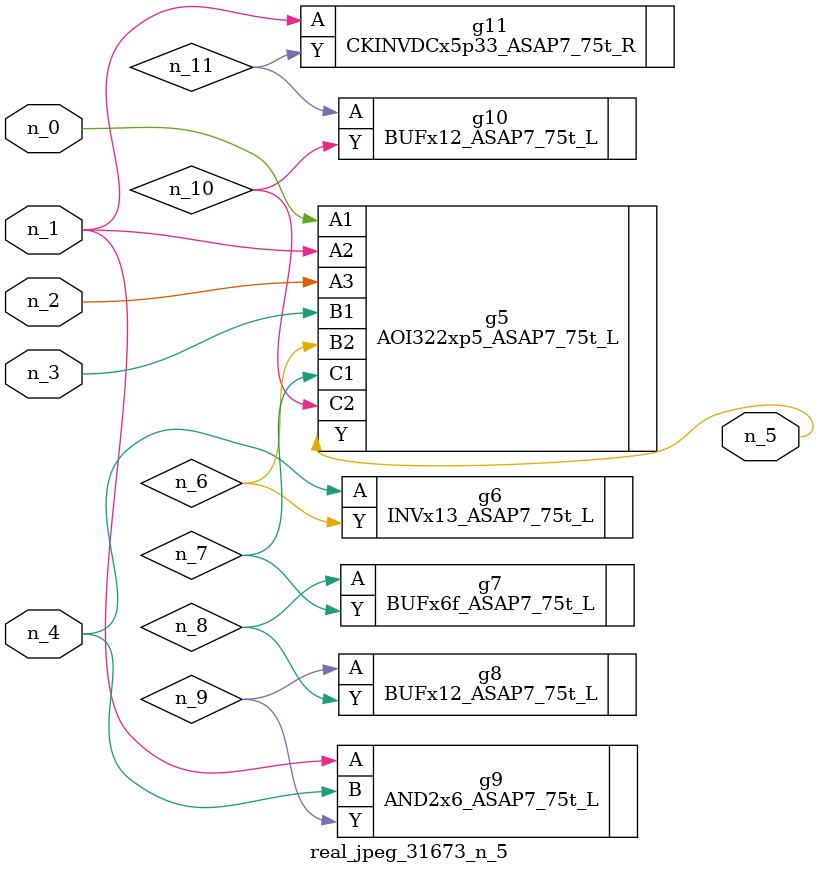
<source format=v>
module real_jpeg_31673_n_5 (n_4, n_0, n_1, n_2, n_3, n_5);

input n_4;
input n_0;
input n_1;
input n_2;
input n_3;

output n_5;

wire n_8;
wire n_11;
wire n_6;
wire n_7;
wire n_10;
wire n_9;

AOI322xp5_ASAP7_75t_L g5 ( 
.A1(n_0),
.A2(n_1),
.A3(n_2),
.B1(n_3),
.B2(n_6),
.C1(n_7),
.C2(n_10),
.Y(n_5)
);

AND2x6_ASAP7_75t_L g9 ( 
.A(n_1),
.B(n_4),
.Y(n_9)
);

CKINVDCx5p33_ASAP7_75t_R g11 ( 
.A(n_1),
.Y(n_11)
);

INVx13_ASAP7_75t_L g6 ( 
.A(n_4),
.Y(n_6)
);

BUFx6f_ASAP7_75t_L g7 ( 
.A(n_8),
.Y(n_7)
);

BUFx12_ASAP7_75t_L g8 ( 
.A(n_9),
.Y(n_8)
);

BUFx12_ASAP7_75t_L g10 ( 
.A(n_11),
.Y(n_10)
);


endmodule
</source>
